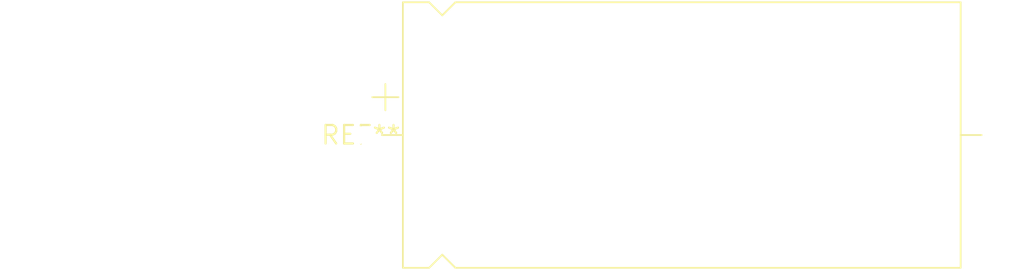
<source format=kicad_pcb>
(kicad_pcb (version 20240108) (generator pcbnew)
  (layers (0 "F.Cu" signal) (31 "B.Cu" signal) (34 "B.Paste" user) (35 "F.Paste" user) (36 "B.SilkS" user "B.Silkscreen") (37 "F.SilkS" user "F.Silkscreen") (38 "B.Mask" user) (39 "F.Mask" user) (44 "Edge.Cuts" user))
  (net 0 "")
  (footprint "CP_Axial_L38.0mm_D18.0mm_P44.00mm_Horizontal" (layer "F.Cu") (at 0 0)
    (property "Reference" "REF**")
    (property "Value" "CP_Axial_L38.0mm_D18.0mm_P44.00mm_Horizontal")
    (fp_line (start 0.78 -2.6) (end 2.58 -2.6) (layer "F.SilkS") (stroke (width 0.12)))
    (fp_line (start 1.44 0) (end 2.88 0) (layer "F.SilkS") (stroke (width 0.12)))
    (fp_line (start 1.68 -3.5) (end 1.68 -1.7) (layer "F.SilkS") (stroke (width 0.12)))
    (fp_line (start 2.88 -9.12) (end 2.88 9.12) (layer "F.SilkS") (stroke (width 0.12)))
    (fp_line (start 2.88 -9.12) (end 4.68 -9.12) (layer "F.SilkS") (stroke (width 0.12)))
    (fp_line (start 2.88 9.12) (end 4.68 9.12) (layer "F.SilkS") (stroke (width 0.12)))
    (fp_line (start 4.68 -9.12) (end 5.58 -8.22) (layer "F.SilkS") (stroke (width 0.12)))
    (fp_line (start 4.68 9.12) (end 5.58 8.22) (layer "F.SilkS") (stroke (width 0.12)))
    (fp_line (start 5.58 -8.22) (end 6.48 -9.12) (layer "F.SilkS") (stroke (width 0.12)))
    (fp_line (start 5.58 8.22) (end 6.48 9.12) (layer "F.SilkS") (stroke (width 0.12)))
    (fp_line (start 6.48 -9.12) (end 41.12 -9.12) (layer "F.SilkS") (stroke (width 0.12)))
    (fp_line (start 6.48 9.12) (end 41.12 9.12) (layer "F.SilkS") (stroke (width 0.12)))
    (fp_line (start 41.12 -9.12) (end 41.12 9.12) (layer "F.SilkS") (stroke (width 0.12)))
    (fp_line (start 42.56 0) (end 41.12 0) (layer "F.SilkS") (stroke (width 0.12)))
    (pad "1" thru_hole rect (at 0 0) (size 2.4 2.4) (drill 1.2) (layers *.Cu *.Mask) (remove_unused_layers))
    (pad "2" thru_hole oval (at 44 0) (size 2.4 2.4) (drill 1.2) (layers *.Cu *.Mask) (remove_unused_layers))
  )
)
</source>
